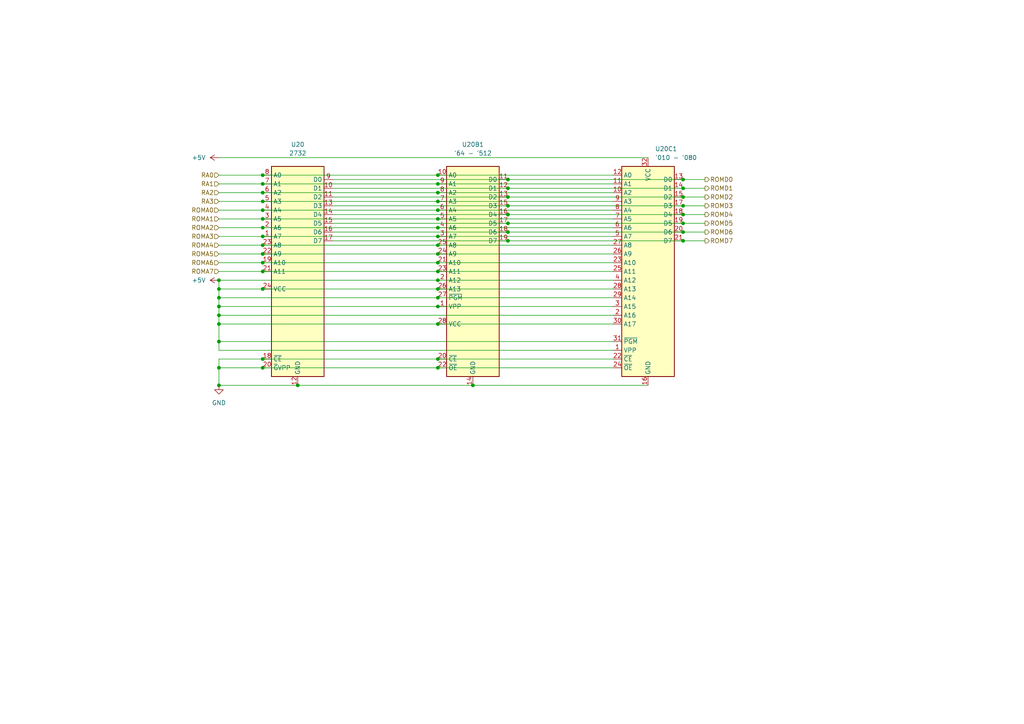
<source format=kicad_sch>
(kicad_sch (version 20211123) (generator eeschema)
  (paper "A4")
  (lib_symbols
    (symbol "Memory_EPROM:27C020"
      (property "Reference" "U20C1" (at 2.0194 34.29 0))
      (property "Value" "'010 - '080" (at 2.0194 31.75 0))
      (symbol "27C020_1_1"
        (rectangle (start -7.62 30.48) (end 7.62 -30.48) (stroke (width 0.254)) (fill (type background)))
        (pin input line (at -10.16 -22.86 0) (length 2.54) (name "VPP") (number "1"))
        (pin input line (at -10.16 22.86 0) (length 2.54) (name "A2") (number "10"))
        (pin input line (at -10.16 25.4 0) (length 2.54) (name "A1") (number "11"))
        (pin input line (at -10.16 27.94 0) (length 2.54) (name "A0") (number "12"))
        (pin tri_state line (at 10.16 26.67 180) (length 2.54) (name "D0") (number "13"))
        (pin tri_state line (at 10.16 24.13 180) (length 2.54) (name "D1") (number "14"))
        (pin tri_state line (at 10.16 21.59 180) (length 2.54) (name "D2") (number "15"))
        (pin power_in line (at 0 -33.02 90) (length 2.54) (name "GND") (number "16"))
        (pin tri_state line (at 10.16 19.05 180) (length 2.54) (name "D3") (number "17"))
        (pin tri_state line (at 10.16 16.51 180) (length 2.54) (name "D4") (number "18"))
        (pin tri_state line (at 10.16 13.97 180) (length 2.54) (name "D5") (number "19"))
        (pin input line (at -10.16 -12.7 0) (length 2.54) (name "A16") (number "2"))
        (pin tri_state line (at 10.16 11.43 180) (length 2.54) (name "D6") (number "20"))
        (pin tri_state line (at 10.16 8.89 180) (length 2.54) (name "D7") (number "21"))
        (pin input line (at -10.16 -25.4 0) (length 2.54) (name "~{CE}") (number "22"))
        (pin input line (at -10.16 2.54 0) (length 2.54) (name "A10") (number "23"))
        (pin input line (at -10.16 -27.94 0) (length 2.54) (name "~{OE}") (number "24"))
        (pin input line (at -10.16 0 0) (length 2.54) (name "A11") (number "25"))
        (pin input line (at -10.16 5.08 0) (length 2.54) (name "A9") (number "26"))
        (pin input line (at -10.16 7.62 0) (length 2.54) (name "A8") (number "27"))
        (pin input line (at -10.16 -5.08 0) (length 2.54) (name "A13") (number "28"))
        (pin input line (at -10.16 -7.62 0) (length 2.54) (name "A14") (number "29"))
        (pin input line (at -10.16 -10.16 0) (length 2.54) (name "A15") (number "3"))
        (pin input line (at -10.16 -15.24 0) (length 2.54) (name "A17") (number "30"))
        (pin input line (at -10.16 -20.32 0) (length 2.54) (name "~{PGM}") (number "31"))
        (pin power_in line (at 0 33.02 270) (length 2.54) (name "VCC") (number "32"))
        (pin input line (at -10.16 -2.54 0) (length 2.54) (name "A12") (number "4"))
        (pin input line (at -10.16 10.16 0) (length 2.54) (name "A7") (number "5"))
        (pin input line (at -10.16 12.7 0) (length 2.54) (name "A6") (number "6"))
        (pin input line (at -10.16 15.24 0) (length 2.54) (name "A5") (number "7"))
        (pin input line (at -10.16 17.78 0) (length 2.54) (name "A4") (number "8"))
        (pin input line (at -10.16 20.32 0) (length 2.54) (name "A3") (number "9"))
      )
    )
    (symbol "Memory_EPROM:27C128"
      (property "Reference" "U20B1" (at 2.0194 34.29 0))
      (property "Value" "'64 - '512" (at 2.0194 31.75 0))
      (symbol "27C128_1_1"
        (rectangle (start -7.62 30.48) (end 7.62 -30.48) (stroke (width 0.254)) (fill (type background)))
        (pin input line (at -10.16 -10.16 0) (length 2.54) (name "VPP") (number "1"))
        (pin input line (at -10.16 27.94 0) (length 2.54) (name "A0") (number "10"))
        (pin tri_state line (at 10.16 26.67 180) (length 2.54) (name "D0") (number "11"))
        (pin tri_state line (at 10.16 24.13 180) (length 2.54) (name "D1") (number "12"))
        (pin tri_state line (at 10.16 21.59 180) (length 2.54) (name "D2") (number "13"))
        (pin power_in line (at 0 -33.02 90) (length 2.54) (name "GND") (number "14"))
        (pin tri_state line (at 10.16 19.05 180) (length 2.54) (name "D3") (number "15"))
        (pin tri_state line (at 10.16 16.51 180) (length 2.54) (name "D4") (number "16"))
        (pin tri_state line (at 10.16 13.97 180) (length 2.54) (name "D5") (number "17"))
        (pin tri_state line (at 10.16 11.43 180) (length 2.54) (name "D6") (number "18"))
        (pin tri_state line (at 10.16 8.89 180) (length 2.54) (name "D7") (number "19"))
        (pin input line (at -10.16 -2.54 0) (length 2.54) (name "A12") (number "2"))
        (pin input line (at -10.16 -25.4 0) (length 2.54) (name "~{CE}") (number "20"))
        (pin input line (at -10.16 2.54 0) (length 2.54) (name "A10") (number "21"))
        (pin input line (at -10.16 -27.94 0) (length 2.54) (name "~{OE}") (number "22"))
        (pin input line (at -10.16 0 0) (length 2.54) (name "A11") (number "23"))
        (pin input line (at -10.16 5.08 0) (length 2.54) (name "A9") (number "24"))
        (pin input line (at -10.16 7.62 0) (length 2.54) (name "A8") (number "25"))
        (pin input line (at -10.16 -5.08 0) (length 2.54) (name "A13") (number "26"))
        (pin input line (at -10.16 -7.62 0) (length 2.54) (name "~{PGM}") (number "27"))
        (pin power_in line (at -10.16 -15.24 0) (length 2.54) (name "VCC") (number "28"))
        (pin input line (at -10.16 10.16 0) (length 2.54) (name "A7") (number "3"))
        (pin input line (at -10.16 12.7 0) (length 2.54) (name "A6") (number "4"))
        (pin input line (at -10.16 15.24 0) (length 2.54) (name "A5") (number "5"))
        (pin input line (at -10.16 17.78 0) (length 2.54) (name "A4") (number "6"))
        (pin input line (at -10.16 20.32 0) (length 2.54) (name "A3") (number "7"))
        (pin input line (at -10.16 22.86 0) (length 2.54) (name "A2") (number "8"))
        (pin input line (at -10.16 25.4 0) (length 2.54) (name "A1") (number "9"))
      )
    )
    (symbol "MyEprom:2732"
      (property "Reference" "U20" (at 0 36.83 0))
      (property "Value" "2732" (at 0 34.29 0))
      (symbol "2732_1_1"
        (rectangle (start -7.62 30.48) (end 7.62 -30.48) (stroke (width 0.254)) (fill (type background)))
        (pin input line (at -10.16 10.16 0) (length 2.54) (name "A7") (number "1"))
        (pin tri_state line (at 10.16 24.13 180) (length 2.54) (name "D1") (number "10"))
        (pin tri_state line (at 10.16 21.59 180) (length 2.54) (name "D2") (number "11"))
        (pin power_in line (at 0 -33.02 90) (length 2.54) (name "GND") (number "12"))
        (pin tri_state line (at 10.16 19.05 180) (length 2.54) (name "D3") (number "13"))
        (pin tri_state line (at 10.16 16.51 180) (length 2.54) (name "D4") (number "14"))
        (pin tri_state line (at 10.16 13.97 180) (length 2.54) (name "D5") (number "15"))
        (pin tri_state line (at 10.16 11.43 180) (length 2.54) (name "D6") (number "16"))
        (pin tri_state line (at 10.16 8.89 180) (length 2.54) (name "D7") (number "17"))
        (pin input line (at -10.16 -25.4 0) (length 2.54) (name "~{CE}") (number "18"))
        (pin input line (at -10.16 2.54 0) (length 2.54) (name "A10") (number "19"))
        (pin input line (at -10.16 12.7 0) (length 2.54) (name "A6") (number "2"))
        (pin input line (at -10.16 -27.94 0) (length 2.54) (name "~{G}VPP") (number "20"))
        (pin input line (at -10.16 0 0) (length 2.54) (name "A11") (number "21"))
        (pin input line (at -10.16 5.08 0) (length 2.54) (name "A9") (number "22"))
        (pin input line (at -10.16 7.62 0) (length 2.54) (name "A8") (number "23"))
        (pin power_in line (at -10.16 -5.08 0) (length 2.54) (name "VCC") (number "24"))
        (pin input line (at -10.16 15.24 0) (length 2.54) (name "A5") (number "3"))
        (pin input line (at -10.16 17.78 0) (length 2.54) (name "A4") (number "4"))
        (pin input line (at -10.16 20.32 0) (length 2.54) (name "A3") (number "5"))
        (pin input line (at -10.16 22.86 0) (length 2.54) (name "A2") (number "6"))
        (pin input line (at -10.16 25.4 0) (length 2.54) (name "A1") (number "7"))
        (pin input line (at -10.16 27.94 0) (length 2.54) (name "A0") (number "8"))
        (pin tri_state line (at 10.16 26.67 180) (length 2.54) (name "D0") (number "9"))
      )
    )
    (symbol "power:+5V" (power) (pin_names (offset 0))
      (property "Value" "+5V" (at 0 3.556 0))
      (symbol "+5V_0_1"
        (polyline (pts (xy -0.762 1.27) (xy 0 2.54)))
        (polyline (pts (xy 0 0) (xy 0 2.54)))
        (polyline (pts (xy 0 2.54) (xy 0.762 1.27)))
      )
      (symbol "+5V_1_1"
        (pin power_in line (at 0 0 90) (length 0) hide (name "+5V") (number "1"))
      )
    )
    (symbol "power:GND" (power) (pin_names (offset 0))
      (property "Value" "GND" (at 0 -3.81 0))
      (symbol "GND_0_1"
        (polyline (pts (xy 0 0) (xy 0 -1.27) (xy 1.27 -1.27) (xy 0 -2.54) (xy -1.27 -1.27) (xy 0 -1.27)))
      )
      (symbol "GND_1_1"
        (pin power_in line (at 0 0 270) (length 0) hide (name "GND") (number "1"))
      )
    )
  )
  (junction (at 76.2 78.74))
  (junction (at 127 78.74))
  (junction (at 147.32 54.61))
  (junction (at 86.36 111.76))
  (junction (at 147.32 52.07))
  (junction (at 63.5 106.68))
  (junction (at 127 66.04))
  (junction (at 198.12 52.07))
  (junction (at 127 50.8))
  (junction (at 147.32 62.23))
  (junction (at 63.5 88.9))
  (junction (at 76.2 50.8))
  (junction (at 198.12 54.61))
  (junction (at 127 55.88))
  (junction (at 63.5 81.28))
  (junction (at 127 68.58))
  (junction (at 198.12 59.69))
  (junction (at 76.2 83.82))
  (junction (at 147.32 59.69))
  (junction (at 147.32 67.31))
  (junction (at 76.2 73.66))
  (junction (at 127 88.9))
  (junction (at 127 106.68))
  (junction (at 76.2 104.14))
  (junction (at 198.12 67.31))
  (junction (at 147.32 64.77))
  (junction (at 127 83.82))
  (junction (at 76.2 76.2))
  (junction (at 63.5 86.36))
  (junction (at 76.2 53.34))
  (junction (at 127 93.98))
  (junction (at 127 53.34))
  (junction (at 147.32 69.85))
  (junction (at 76.2 55.88))
  (junction (at 127 86.36))
  (junction (at 127 76.2))
  (junction (at 63.5 99.06))
  (junction (at 147.32 57.15))
  (junction (at 127 73.66))
  (junction (at 127 104.14))
  (junction (at 76.2 71.12))
  (junction (at 198.12 57.15))
  (junction (at 63.5 91.44))
  (junction (at 127 58.42))
  (junction (at 198.12 69.85))
  (junction (at 76.2 68.58))
  (junction (at 76.2 58.42))
  (junction (at 198.12 62.23))
  (junction (at 76.2 66.04))
  (junction (at 63.5 83.82))
  (junction (at 76.2 106.68))
  (junction (at 63.5 111.76))
  (junction (at 76.2 60.96))
  (junction (at 63.5 93.98))
  (junction (at 198.12 64.77))
  (junction (at 137.16 111.76))
  (junction (at 127 60.96))
  (junction (at 76.2 63.5))
  (junction (at 127 71.12))
  (junction (at 127 63.5))
  (junction (at 127 81.28))
  (wire (pts (xy 198.12 67.31) (xy 147.32 67.31)))
  (wire (pts (xy 204.47 69.85) (xy 198.12 69.85)))
  (wire (pts (xy 198.12 59.69) (xy 147.32 59.69)))
  (wire (pts (xy 63.5 111.76) (xy 86.36 111.76)))
  (wire (pts (xy 127 86.36) (xy 177.8 86.36)))
  (wire (pts (xy 204.47 54.61) (xy 198.12 54.61)))
  (wire (pts (xy 127 68.58) (xy 177.8 68.58)))
  (wire (pts (xy 63.5 53.34) (xy 76.2 53.34)))
  (wire (pts (xy 63.5 55.88) (xy 76.2 55.88)))
  (wire (pts (xy 127 93.98) (xy 177.8 93.98)))
  (wire (pts (xy 127 81.28) (xy 177.8 81.28)))
  (wire (pts (xy 76.2 50.8) (xy 127 50.8)))
  (wire (pts (xy 204.47 57.15) (xy 198.12 57.15)))
  (wire (pts (xy 63.5 86.36) (xy 127 86.36)))
  (wire (pts (xy 198.12 69.85) (xy 147.32 69.85)))
  (wire (pts (xy 63.5 111.76) (xy 63.5 106.68)))
  (wire (pts (xy 147.32 54.61) (xy 96.52 54.61)))
  (wire (pts (xy 76.2 63.5) (xy 127 63.5)))
  (wire (pts (xy 63.5 81.28) (xy 63.5 83.82)))
  (wire (pts (xy 204.47 64.77) (xy 198.12 64.77)))
  (wire (pts (xy 76.2 106.68) (xy 127 106.68)))
  (wire (pts (xy 63.5 106.68) (xy 63.5 104.14)))
  (wire (pts (xy 127 78.74) (xy 177.8 78.74)))
  (wire (pts (xy 76.2 58.42) (xy 127 58.42)))
  (wire (pts (xy 76.2 55.88) (xy 127 55.88)))
  (wire (pts (xy 198.12 52.07) (xy 147.32 52.07)))
  (wire (pts (xy 63.5 88.9) (xy 127 88.9)))
  (wire (pts (xy 76.2 68.58) (xy 127 68.58)))
  (wire (pts (xy 63.5 76.2) (xy 76.2 76.2)))
  (wire (pts (xy 127 60.96) (xy 177.8 60.96)))
  (wire (pts (xy 147.32 57.15) (xy 96.52 57.15)))
  (wire (pts (xy 198.12 62.23) (xy 147.32 62.23)))
  (wire (pts (xy 63.5 71.12) (xy 76.2 71.12)))
  (wire (pts (xy 76.2 73.66) (xy 127 73.66)))
  (wire (pts (xy 204.47 62.23) (xy 198.12 62.23)))
  (wire (pts (xy 63.5 45.72) (xy 187.96 45.72)))
  (wire (pts (xy 147.32 59.69) (xy 96.52 59.69)))
  (wire (pts (xy 127 83.82) (xy 177.8 83.82)))
  (wire (pts (xy 63.5 91.44) (xy 177.8 91.44)))
  (wire (pts (xy 76.2 83.82) (xy 127 83.82)))
  (wire (pts (xy 204.47 59.69) (xy 198.12 59.69)))
  (wire (pts (xy 147.32 69.85) (xy 96.52 69.85)))
  (wire (pts (xy 76.2 104.14) (xy 127 104.14)))
  (wire (pts (xy 127 76.2) (xy 177.8 76.2)))
  (wire (pts (xy 127 53.34) (xy 177.8 53.34)))
  (wire (pts (xy 76.2 71.12) (xy 127 71.12)))
  (wire (pts (xy 137.16 111.76) (xy 187.96 111.76)))
  (wire (pts (xy 63.5 68.58) (xy 76.2 68.58)))
  (wire (pts (xy 63.5 101.6) (xy 63.5 99.06)))
  (wire (pts (xy 76.2 53.34) (xy 127 53.34)))
  (wire (pts (xy 86.36 111.76) (xy 137.16 111.76)))
  (wire (pts (xy 127 104.14) (xy 177.8 104.14)))
  (wire (pts (xy 63.5 93.98) (xy 63.5 99.06)))
  (wire (pts (xy 147.32 64.77) (xy 96.52 64.77)))
  (wire (pts (xy 63.5 83.82) (xy 63.5 86.36)))
  (wire (pts (xy 63.5 93.98) (xy 127 93.98)))
  (wire (pts (xy 76.2 60.96) (xy 127 60.96)))
  (wire (pts (xy 127 106.68) (xy 177.8 106.68)))
  (wire (pts (xy 63.5 60.96) (xy 76.2 60.96)))
  (wire (pts (xy 63.5 86.36) (xy 63.5 88.9)))
  (wire (pts (xy 63.5 83.82) (xy 76.2 83.82)))
  (wire (pts (xy 63.5 101.6) (xy 177.8 101.6)))
  (wire (pts (xy 198.12 64.77) (xy 147.32 64.77)))
  (wire (pts (xy 147.32 67.31) (xy 96.52 67.31)))
  (wire (pts (xy 198.12 57.15) (xy 147.32 57.15)))
  (wire (pts (xy 63.5 93.98) (xy 63.5 91.44)))
  (wire (pts (xy 127 73.66) (xy 177.8 73.66)))
  (wire (pts (xy 63.5 66.04) (xy 76.2 66.04)))
  (wire (pts (xy 204.47 52.07) (xy 198.12 52.07)))
  (wire (pts (xy 147.32 52.07) (xy 96.52 52.07)))
  (wire (pts (xy 76.2 66.04) (xy 127 66.04)))
  (wire (pts (xy 63.5 78.74) (xy 76.2 78.74)))
  (wire (pts (xy 127 63.5) (xy 177.8 63.5)))
  (wire (pts (xy 63.5 81.28) (xy 127 81.28)))
  (wire (pts (xy 63.5 104.14) (xy 76.2 104.14)))
  (wire (pts (xy 127 55.88) (xy 177.8 55.88)))
  (wire (pts (xy 147.32 62.23) (xy 96.52 62.23)))
  (wire (pts (xy 63.5 99.06) (xy 177.8 99.06)))
  (wire (pts (xy 127 88.9) (xy 177.8 88.9)))
  (wire (pts (xy 76.2 76.2) (xy 127 76.2)))
  (wire (pts (xy 63.5 106.68) (xy 76.2 106.68)))
  (wire (pts (xy 63.5 58.42) (xy 76.2 58.42)))
  (wire (pts (xy 127 71.12) (xy 177.8 71.12)))
  (wire (pts (xy 63.5 88.9) (xy 63.5 91.44)))
  (wire (pts (xy 127 50.8) (xy 177.8 50.8)))
  (wire (pts (xy 63.5 63.5) (xy 76.2 63.5)))
  (wire (pts (xy 198.12 54.61) (xy 147.32 54.61)))
  (wire (pts (xy 63.5 73.66) (xy 76.2 73.66)))
  (wire (pts (xy 204.47 67.31) (xy 198.12 67.31)))
  (wire (pts (xy 127 58.42) (xy 177.8 58.42)))
  (wire (pts (xy 127 66.04) (xy 177.8 66.04)))
  (wire (pts (xy 76.2 78.74) (xy 127 78.74)))
  (wire (pts (xy 63.5 50.8) (xy 76.2 50.8)))
  (hierarchical_label "ROMD2" (shape output) (at 204.47 57.15 0))
  (hierarchical_label "RA3" (shape input) (at 63.5 58.42 180))
  (hierarchical_label "ROMA1" (shape input) (at 63.5 63.5 180))
  (hierarchical_label "ROMD5" (shape output) (at 204.47 64.77 0))
  (hierarchical_label "ROMA0" (shape input) (at 63.5 60.96 180))
  (hierarchical_label "ROMD6" (shape output) (at 204.47 67.31 0))
  (hierarchical_label "ROMA5" (shape input) (at 63.5 73.66 180))
  (hierarchical_label "ROMA3" (shape input) (at 63.5 68.58 180))
  (hierarchical_label "RA2" (shape input) (at 63.5 55.88 180))
  (hierarchical_label "ROMD1" (shape output) (at 204.47 54.61 0))
  (hierarchical_label "RA0" (shape input) (at 63.5 50.8 180))
  (hierarchical_label "ROMA7" (shape input) (at 63.5 78.74 180))
  (hierarchical_label "ROMA4" (shape input) (at 63.5 71.12 180))
  (hierarchical_label "ROMA6" (shape input) (at 63.5 76.2 180))
  (hierarchical_label "RA1" (shape input) (at 63.5 53.34 180))
  (hierarchical_label "ROMD7" (shape output) (at 204.47 69.85 0))
  (hierarchical_label "ROMD0" (shape output) (at 204.47 52.07 0))
  (hierarchical_label "ROMD4" (shape output) (at 204.47 62.23 0))
  (hierarchical_label "ROMA2" (shape input) (at 63.5 66.04 180))
  (hierarchical_label "ROMD3" (shape output) (at 204.47 59.69 0))
  (symbol (lib_id "power:+5V") (at 63.5 81.28 90) (unit 1)
    (property "Reference" "#PWR0187" (effects hide))
    (property "Value" "+5V" (at 59.69 81.2799 90) (effects (justify left)))
  )
  (symbol (lib_id "Memory_EPROM:27C128") (at 137.16 78.74 0) (unit 1)
    (property "Reference" "U20B1" (at 137.16 41.91 0))
    (property "Value" "'64 - '512" (at 137.16 44.45 0))
    (property "Footprint" "Package_DIP:DIP-28_W15.24mm" (effects hide))
    (property "Datasheet" "http://ww1.microchip.com/downloads/en/devicedoc/11003L.pdf" (effects hide))
  )
  (symbol (lib_id "power:GND") (at 63.5 111.76 0) (unit 1)
    (property "Reference" "#PWR0176" (effects hide))
    (property "Value" "GND" (at 63.5 116.84 0))
  )
  (symbol (lib_id "Memory_EPROM:27C020") (at 187.96 78.74 0) (unit 1)
    (property "Reference" "U20C1" (at 189.9794 43.18 0) (effects (justify left)))
    (property "Value" "'010 - '080" (at 189.9794 45.72 0) (effects (justify left)))
    (property "Footprint" "Package_DIP:DIP-32_W15.24mm" (effects hide))
    (property "Datasheet" "http://ww1.microchip.com/downloads/en/devicedoc/doc0570.pdf" (effects hide))
  )
  (symbol (lib_id "power:+5V") (at 63.5 45.72 90) (unit 1)
    (property "Reference" "#PWR0166" (effects hide))
    (property "Value" "+5V" (at 59.69 45.7199 90) (effects (justify left)))
  )
  (symbol (lib_id "MyEprom:2732") (at 86.36 78.74 0) (unit 1)
    (property "Reference" "U20" (at 86.36 41.91 0))
    (property "Value" "2732" (at 86.36 44.45 0))
    (property "Footprint" "MyPackages:DIP-24_W15.24mm" (effects hide))
    (property "Datasheet" "https://www.jameco.com/Jameco/Products/ProdDS/40002Intel.pdf" (effects hide))
  )
)
</source>
